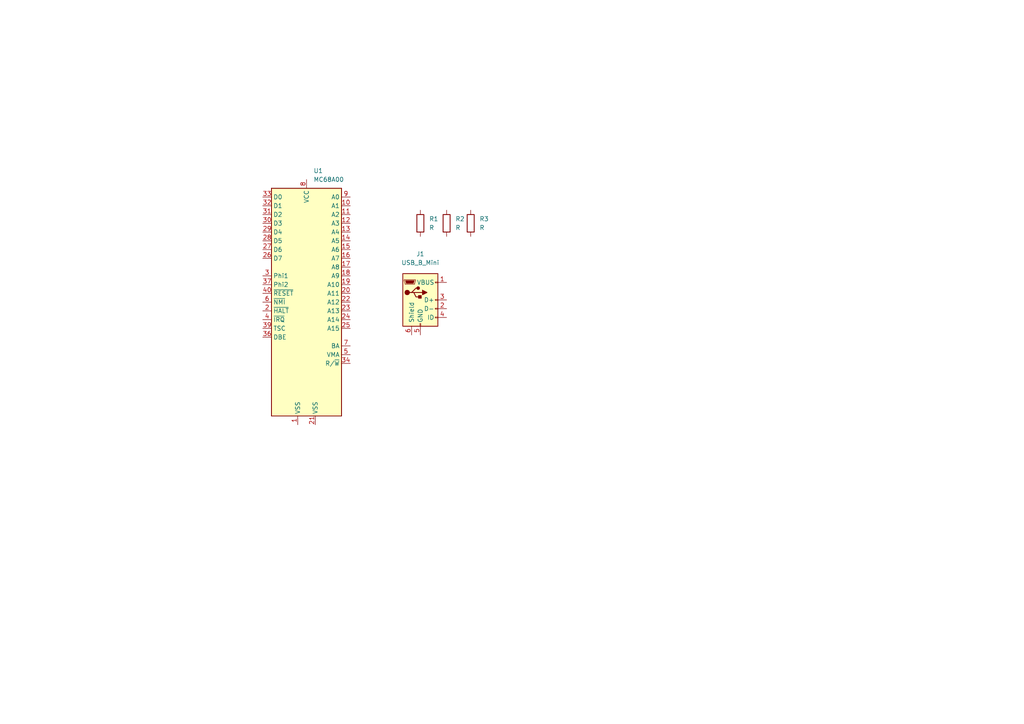
<source format=kicad_sch>
(kicad_sch (version 20211123) (generator eeschema)
  (paper "A4")
  (lib_symbols
    (symbol "CPU_NXP_6800:MC68A00"
      (property "Reference" "U" (at -8.89 34.29 0))
      (property "Value" "MC68A00" (at 10.16 34.29 0))
      (symbol "MC68A00_0_1"
        (rectangle (start -10.16 -33.02) (end 10.16 33.02) (stroke (width 0.254)) (fill (type background)))
      )
      (symbol "MC68A00_1_1"
        (pin power_in line (at -2.54 -35.56 90) (length 2.54) (name "VSS") (number "1"))
        (pin output line (at 12.7 27.94 180) (length 2.54) (name "A1") (number "10"))
        (pin output line (at 12.7 25.4 180) (length 2.54) (name "A2") (number "11"))
        (pin output line (at 12.7 22.86 180) (length 2.54) (name "A3") (number "12"))
        (pin output line (at 12.7 20.32 180) (length 2.54) (name "A4") (number "13"))
        (pin output line (at 12.7 17.78 180) (length 2.54) (name "A5") (number "14"))
        (pin output line (at 12.7 15.24 180) (length 2.54) (name "A6") (number "15"))
        (pin output line (at 12.7 12.7 180) (length 2.54) (name "A7") (number "16"))
        (pin output line (at 12.7 10.16 180) (length 2.54) (name "A8") (number "17"))
        (pin output line (at 12.7 7.62 180) (length 2.54) (name "A9") (number "18"))
        (pin output line (at 12.7 5.08 180) (length 2.54) (name "A10") (number "19"))
        (pin input line (at -12.7 -2.54 0) (length 2.54) (name "~{HALT}") (number "2"))
        (pin output line (at 12.7 2.54 180) (length 2.54) (name "A11") (number "20"))
        (pin power_in line (at 2.54 -35.56 90) (length 2.54) (name "VSS") (number "21"))
        (pin output line (at 12.7 0 180) (length 2.54) (name "A12") (number "22"))
        (pin output line (at 12.7 -2.54 180) (length 2.54) (name "A13") (number "23"))
        (pin output line (at 12.7 -5.08 180) (length 2.54) (name "A14") (number "24"))
        (pin output line (at 12.7 -7.62 180) (length 2.54) (name "A15") (number "25"))
        (pin bidirectional line (at -12.7 12.7 0) (length 2.54) (name "D7") (number "26"))
        (pin bidirectional line (at -12.7 15.24 0) (length 2.54) (name "D6") (number "27"))
        (pin bidirectional line (at -12.7 17.78 0) (length 2.54) (name "D5") (number "28"))
        (pin bidirectional line (at -12.7 20.32 0) (length 2.54) (name "D4") (number "29"))
        (pin input line (at -12.7 7.62 0) (length 2.54) (name "Phi1") (number "3"))
        (pin bidirectional line (at -12.7 22.86 0) (length 2.54) (name "D3") (number "30"))
        (pin bidirectional line (at -12.7 25.4 0) (length 2.54) (name "D2") (number "31"))
        (pin bidirectional line (at -12.7 27.94 0) (length 2.54) (name "D1") (number "32"))
        (pin bidirectional line (at -12.7 30.48 0) (length 2.54) (name "D0") (number "33"))
        (pin output line (at 12.7 -17.78 180) (length 2.54) (name "R/~{W}") (number "34"))
        (pin no_connect line (at -10.16 -25.4 0) (length 2.54) hide (name "N.C.") (number "35"))
        (pin input line (at -12.7 -10.16 0) (length 2.54) (name "DBE") (number "36"))
        (pin input line (at -12.7 5.08 0) (length 2.54) (name "Phi2") (number "37"))
        (pin no_connect line (at -10.16 -22.86 0) (length 2.54) hide (name "N.C.") (number "38"))
        (pin input line (at -12.7 -7.62 0) (length 2.54) (name "TSC") (number "39"))
        (pin input line (at -12.7 -5.08 0) (length 2.54) (name "~{IRQ}") (number "4"))
        (pin input line (at -12.7 2.54 0) (length 2.54) (name "~{RESET}") (number "40"))
        (pin output line (at 12.7 -15.24 180) (length 2.54) (name "VMA") (number "5"))
        (pin input line (at -12.7 0 0) (length 2.54) (name "~{NMI}") (number "6"))
        (pin output line (at 12.7 -12.7 180) (length 2.54) (name "BA") (number "7"))
        (pin power_in line (at 0 35.56 270) (length 2.54) (name "VCC") (number "8"))
        (pin output line (at 12.7 30.48 180) (length 2.54) (name "A0") (number "9"))
      )
    )
    (symbol "Connector:USB_B_Mini" (pin_names (offset 1.016))
      (property "Reference" "J" (at -5.08 11.43 0))
      (property "Value" "USB_B_Mini" (at -5.08 8.89 0))
      (symbol "USB_B_Mini_0_1"
        (rectangle (start -5.08 -7.62) (end 5.08 7.62) (stroke (width 0.254)) (fill (type background)))
        (circle (center -3.81 2.159) (radius 0.635) (stroke (width 0.254)) (fill (type outline)))
        (circle (center -0.635 3.429) (radius 0.381) (stroke (width 0.254)) (fill (type outline)))
        (rectangle (start -0.127 -7.62) (end 0.127 -6.858))
        (polyline (pts (xy -1.905 2.159) (xy 0.635 2.159)) (stroke (width 0.254)))
        (polyline (pts (xy -3.175 2.159) (xy -2.54 2.159) (xy -1.27 3.429) (xy -0.635 3.429)) (stroke (width 0.254)))
        (polyline (pts (xy -2.54 2.159) (xy -1.905 2.159) (xy -1.27 0.889) (xy 0 0.889)) (stroke (width 0.254)))
        (polyline (pts (xy 0.635 2.794) (xy 0.635 1.524) (xy 1.905 2.159) (xy 0.635 2.794)) (stroke (width 0.254)) (fill (type outline)))
        (polyline (pts (xy -4.318 5.588) (xy -1.778 5.588) (xy -2.032 4.826) (xy -4.064 4.826) (xy -4.318 5.588)) (fill (type outline)))
        (polyline (pts (xy -4.699 5.842) (xy -4.699 5.588) (xy -4.445 4.826) (xy -4.445 4.572) (xy -1.651 4.572) (xy -1.651 4.826) (xy -1.397 5.588) (xy -1.397 5.842) (xy -4.699 5.842)))
        (rectangle (start 0.254 1.27) (end -0.508 0.508) (stroke (width 0.254)) (fill (type outline)))
        (rectangle (start 5.08 -5.207) (end 4.318 -4.953))
        (rectangle (start 5.08 -2.667) (end 4.318 -2.413))
        (rectangle (start 5.08 -0.127) (end 4.318 0.127))
        (rectangle (start 5.08 4.953) (end 4.318 5.207))
      )
      (symbol "USB_B_Mini_1_1"
        (pin power_out line (at 7.62 5.08 180) (length 2.54) (name "VBUS") (number "1"))
        (pin bidirectional line (at 7.62 -2.54 180) (length 2.54) (name "D-") (number "2"))
        (pin bidirectional line (at 7.62 0 180) (length 2.54) (name "D+") (number "3"))
        (pin passive line (at 7.62 -5.08 180) (length 2.54) (name "ID") (number "4"))
        (pin power_out line (at 0 -10.16 90) (length 2.54) (name "GND") (number "5"))
        (pin passive line (at -2.54 -10.16 90) (length 2.54) (name "Shield") (number "6"))
      )
    )
    (symbol "Device:R" (pin_numbers hide) (pin_names (offset 0))
      (property "Reference" "R" (at 2.032 0 90))
      (property "Value" "R" (at 0 0 90))
      (symbol "R_0_1"
        (rectangle (start -1.016 -2.54) (end 1.016 2.54) (stroke (width 0.254)))
      )
      (symbol "R_1_1"
        (pin passive line (at 0 3.81 270) (length 1.27) (name "~") (number "1"))
        (pin passive line (at 0 -3.81 90) (length 1.27) (name "~") (number "2"))
      )
    )
  )
  (symbol (lib_id "Device:R") (at 129.54 64.77 0) (unit 1)
    (property "Reference" "R2" (at 132.08 63.4999 0) (effects (justify left)))
    (property "Value" "R" (at 132.08 66.0399 0) (effects (justify left)))
    (property "Footprint" "Resistor_THT:R_Axial_DIN0414_L11.9mm_D4.5mm_P15.24mm_Horizontal" (effects hide))
  )
  (symbol (lib_id "CPU_NXP_6800:MC68A00") (at 88.9 87.63 0) (unit 1)
    (property "Reference" "U1" (at 90.9194 49.53 0) (effects (justify left)))
    (property "Value" "MC68A00" (at 90.9194 52.07 0) (effects (justify left)))
    (property "Footprint" "Package_DIP:DIP-40_W15.24mm" (effects hide))
    (property "Datasheet" "http://pdf.datasheetcatalog.com/datasheet/motorola/MC68A00L.pdf" (effects hide))
  )
  (symbol (lib_id "Connector:USB_B_Mini") (at 121.92 86.995 0) (unit 1)
    (property "Reference" "J1" (at 121.92 73.66 0))
    (property "Value" "USB_B_Mini" (at 121.92 76.2 0))
    (property "Footprint" "Connector_USB:USB_Mini-B_Lumberg_2486_01_Horizontal" (effects hide))
  )
  (symbol (lib_id "Device:R") (at 121.92 64.77 0) (unit 1)
    (property "Reference" "R1" (at 124.46 63.4999 0) (effects (justify left)))
    (property "Value" "R" (at 124.46 66.0399 0) (effects (justify left)))
    (property "Footprint" "Resistor_SMD:R_0805_2012Metric" (effects hide))
  )
  (symbol (lib_id "Device:R") (at 136.525 64.77 0) (unit 1)
    (property "Reference" "R3" (at 139.065 63.4999 0) (effects (justify left)))
    (property "Value" "R" (at 139.065 66.0399 0) (effects (justify left)))
    (property "Footprint" "Resistor_THT:R_Axial_DIN0414_L11.9mm_D4.5mm_P15.24mm_Horizontal" (effects hide))
  )
)
</source>
